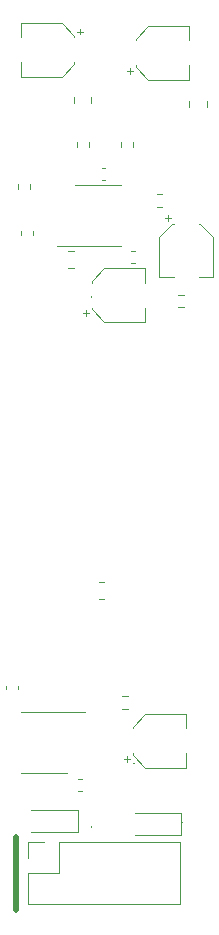
<source format=gbr>
%TF.GenerationSoftware,KiCad,Pcbnew,(6.0.0-0)*%
%TF.CreationDate,2022-01-12T00:44:38+05:30*%
%TF.ProjectId,pre,7072652e-6b69-4636-9164-5f7063625858,rev?*%
%TF.SameCoordinates,Original*%
%TF.FileFunction,Legend,Bot*%
%TF.FilePolarity,Positive*%
%FSLAX46Y46*%
G04 Gerber Fmt 4.6, Leading zero omitted, Abs format (unit mm)*
G04 Created by KiCad (PCBNEW (6.0.0-0)) date 2022-01-12 00:44:38*
%MOMM*%
%LPD*%
G01*
G04 APERTURE LIST*
%ADD10C,0.500000*%
%ADD11C,0.150000*%
%ADD12C,0.120000*%
G04 APERTURE END LIST*
D10*
X80825000Y-131850000D02*
X80825000Y-138050000D01*
D11*
X90825001Y-125650000D02*
G75*
G03*
X90825001Y-125650000I-1J0D01*
G01*
X87225001Y-86150000D02*
G75*
G03*
X87225001Y-86150000I-1J0D01*
G01*
X87225001Y-131070000D02*
G75*
G03*
X87225001Y-131070000I-1J0D01*
G01*
X94925001Y-130650000D02*
G75*
G03*
X94925001Y-130650000I-1J0D01*
G01*
D12*
%TO.C,U2*%
X83250000Y-126460000D02*
X81300000Y-126460000D01*
X83250000Y-126460000D02*
X85200000Y-126460000D01*
X83250000Y-121340000D02*
X81300000Y-121340000D01*
X83250000Y-121340000D02*
X86700000Y-121340000D01*
%TO.C,U1*%
X87750000Y-76690000D02*
X89700000Y-76690000D01*
X87750000Y-76690000D02*
X85800000Y-76690000D01*
X87750000Y-81810000D02*
X89700000Y-81810000D01*
X87750000Y-81810000D02*
X84300000Y-81810000D01*
%TO.C,R10*%
X82022500Y-77062258D02*
X82022500Y-76587742D01*
X80977500Y-77062258D02*
X80977500Y-76587742D01*
%TO.C,R9*%
X93237258Y-77477500D02*
X92762742Y-77477500D01*
X93237258Y-78522500D02*
X92762742Y-78522500D01*
%TO.C,R8*%
X89727500Y-73012742D02*
X89727500Y-73487258D01*
X90772500Y-73012742D02*
X90772500Y-73487258D01*
%TO.C,R7*%
X90312258Y-119977500D02*
X89837742Y-119977500D01*
X90312258Y-121022500D02*
X89837742Y-121022500D01*
%TO.C,R6*%
X88314564Y-110265000D02*
X87860436Y-110265000D01*
X88314564Y-111735000D02*
X87860436Y-111735000D01*
%TO.C,R5*%
X96985000Y-70064564D02*
X96985000Y-69610436D01*
X95515000Y-70064564D02*
X95515000Y-69610436D01*
%TO.C,R4*%
X85977500Y-73012742D02*
X85977500Y-73487258D01*
X87022500Y-73012742D02*
X87022500Y-73487258D01*
%TO.C,R3*%
X94587742Y-87022500D02*
X95062258Y-87022500D01*
X94587742Y-85977500D02*
X95062258Y-85977500D01*
%TO.C,R2*%
X85272936Y-83735000D02*
X85727064Y-83735000D01*
X85272936Y-82265000D02*
X85727064Y-82265000D01*
%TO.C,R1*%
X87235000Y-69727064D02*
X87235000Y-69272936D01*
X85765000Y-69727064D02*
X85765000Y-69272936D01*
%TO.C,J5*%
X94715000Y-132320000D02*
X94715000Y-137520000D01*
X84495000Y-132320000D02*
X94715000Y-132320000D01*
X81895000Y-137520000D02*
X94715000Y-137520000D01*
X84495000Y-132320000D02*
X84495000Y-134920000D01*
X84495000Y-134920000D02*
X81895000Y-134920000D01*
X81895000Y-134920000D02*
X81895000Y-137520000D01*
X83225000Y-132320000D02*
X81895000Y-132320000D01*
X81895000Y-132320000D02*
X81895000Y-133650000D01*
%TO.C,C12*%
X90900000Y-129815000D02*
X94810000Y-129815000D01*
X94810000Y-129815000D02*
X94810000Y-131685000D01*
X94810000Y-131685000D02*
X90900000Y-131685000D01*
%TO.C,C11*%
X97510000Y-84510000D02*
X96310000Y-84510000D01*
X92990000Y-84510000D02*
X94190000Y-84510000D01*
X92990000Y-81054437D02*
X92990000Y-84510000D01*
X97510000Y-81054437D02*
X97510000Y-84510000D01*
X96445563Y-79990000D02*
X96310000Y-79990000D01*
X94054437Y-79990000D02*
X94190000Y-79990000D01*
X94054437Y-79990000D02*
X92990000Y-81054437D01*
X96445563Y-79990000D02*
X97510000Y-81054437D01*
X93690000Y-79250000D02*
X93690000Y-79750000D01*
X93440000Y-79500000D02*
X93940000Y-79500000D01*
%TO.C,C10*%
X90609420Y-83260000D02*
X90890580Y-83260000D01*
X90609420Y-82240000D02*
X90890580Y-82240000D01*
%TO.C,C9*%
X82150000Y-129565000D02*
X86060000Y-129565000D01*
X86060000Y-129565000D02*
X86060000Y-131435000D01*
X86060000Y-131435000D02*
X82150000Y-131435000D01*
%TO.C,C8*%
X86109420Y-128010000D02*
X86390580Y-128010000D01*
X86109420Y-126990000D02*
X86390580Y-126990000D01*
%TO.C,C7*%
X79990000Y-119109420D02*
X79990000Y-119390580D01*
X81010000Y-119109420D02*
X81010000Y-119390580D01*
%TO.C,C6*%
X88109420Y-76260000D02*
X88390580Y-76260000D01*
X88109420Y-75240000D02*
X88390580Y-75240000D01*
%TO.C,C5*%
X95510000Y-63240000D02*
X95510000Y-64440000D01*
X95510000Y-67760000D02*
X95510000Y-66560000D01*
X92054437Y-67760000D02*
X95510000Y-67760000D01*
X92054437Y-63240000D02*
X95510000Y-63240000D01*
X90990000Y-64304437D02*
X90990000Y-64440000D01*
X90990000Y-66695563D02*
X90990000Y-66560000D01*
X90990000Y-66695563D02*
X92054437Y-67760000D01*
X90990000Y-64304437D02*
X92054437Y-63240000D01*
X90250000Y-67060000D02*
X90750000Y-67060000D01*
X90500000Y-67310000D02*
X90500000Y-66810000D01*
%TO.C,C4*%
X95260000Y-121490000D02*
X95260000Y-122690000D01*
X95260000Y-126010000D02*
X95260000Y-124810000D01*
X91804437Y-126010000D02*
X95260000Y-126010000D01*
X91804437Y-121490000D02*
X95260000Y-121490000D01*
X90740000Y-122554437D02*
X90740000Y-122690000D01*
X90740000Y-124945563D02*
X90740000Y-124810000D01*
X90740000Y-124945563D02*
X91804437Y-126010000D01*
X90740000Y-122554437D02*
X91804437Y-121490000D01*
X90000000Y-125310000D02*
X90500000Y-125310000D01*
X90250000Y-125560000D02*
X90250000Y-125060000D01*
%TO.C,C3*%
X82260000Y-80890580D02*
X82260000Y-80609420D01*
X81240000Y-80890580D02*
X81240000Y-80609420D01*
%TO.C,C2*%
X81240000Y-67510000D02*
X81240000Y-66310000D01*
X81240000Y-62990000D02*
X81240000Y-64190000D01*
X84695563Y-62990000D02*
X81240000Y-62990000D01*
X84695563Y-67510000D02*
X81240000Y-67510000D01*
X85760000Y-66445563D02*
X85760000Y-66310000D01*
X85760000Y-64054437D02*
X85760000Y-64190000D01*
X85760000Y-64054437D02*
X84695563Y-62990000D01*
X85760000Y-66445563D02*
X84695563Y-67510000D01*
X86500000Y-63690000D02*
X86000000Y-63690000D01*
X86250000Y-63440000D02*
X86250000Y-63940000D01*
%TO.C,C1*%
X91760000Y-83740000D02*
X91760000Y-84940000D01*
X91760000Y-88260000D02*
X91760000Y-87060000D01*
X88304437Y-88260000D02*
X91760000Y-88260000D01*
X88304437Y-83740000D02*
X91760000Y-83740000D01*
X87240000Y-84804437D02*
X87240000Y-84940000D01*
X87240000Y-87195563D02*
X87240000Y-87060000D01*
X87240000Y-87195563D02*
X88304437Y-88260000D01*
X87240000Y-84804437D02*
X88304437Y-83740000D01*
X86500000Y-87560000D02*
X87000000Y-87560000D01*
X86750000Y-87810000D02*
X86750000Y-87310000D01*
%TD*%
M02*

</source>
